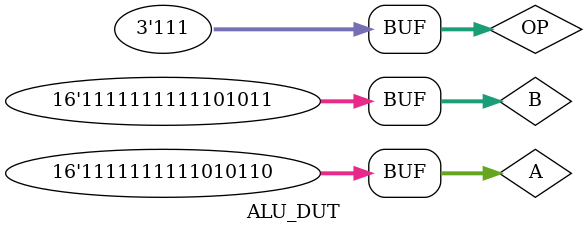
<source format=v>
module ALU_DUT();
//input
 reg  signed [15:0] A, B;
 reg signed [2:0] OP;
 //output
 wire  signed [31:0] ALU_OUTPUT;
 //simulation
 initial
 begin
      //        Addition
 // 16'b111100 + 16'b1111 = 32'1001011 (75)
  OP = 3'b000 ; A = 60 ; B = 15 ; #10;
 // 0 + 4000 = 4000
  OP = 3'b000 ; A = 16'd0 ; B = 16'd4000 ; #10;
// 8000 + 8000 = 16000
  OP = 3'b000 ; A = 16'd8000 ; B = 16'd8000 ; #10;
//3000 + 9000 = 12000
  OP = 3'b000 ; A = 16'd3000 ; B = 16'd9000 ; #10;
//-80 + 40 = -40
  OP = 3'b000 ; A = -16'd80 ; B = 16'd40 ; #10;
//-42 + (-21) =-63
  OP = 3'b000 ; A = -16'd42 ; B = -16'd21 ; #10;


         //        subtraction
// 16'b111100 - 16'b1111 = 32'101101 (45)
  OP = 3'b001 ; A = 60 ; B = 15 ; #10;
// 0 - 4000 = -4000
  OP = 3'b001 ; A = 16'd0 ; B = 16'd4000 ; #10;
// 8000 - 8000 = 0
  OP = 3'b001 ; A = 16'd8000 ; B = 16'd8000 ; #10;
// 3000 - 9000 = -6000
  OP = 3'b001 ; A = 16'd3000 ; B = 16'd9000 ; #10;
//-80 - 40 = -120
  OP = 3'b001 ; A = -16'd80 ; B = 16'd40 ; #10;
//-42 - (-21) =-21
  OP = 3'b001 ; A = -16'd42 ; B = -16'd21 ; #10;


         //        Multiplication
// 16'b111100 * 16'b1111 = 32'1110000100 (900)
  OP = 3'b010 ; A = 60 ; B = 15 ; #10;
//0 * 4000 = 0
  OP = 3'b010 ; A = 16'd0 ; B = 16'd4000 ; #10;
// 8000 * 8000 = 64000000
  OP = 3'b010 ; A = 16'd8000 ; B = 16'd8000 ; #10;
// 3000 * 9000 = 27000000
  OP = 3'b010 ; A = 16'd3000 ; B = 16'd9000 ; #10;
//-80 * 40 = -3200
  OP = 3'b010 ; A = -16'd80 ; B = 16'd40 ; #10;
//-42 * (-21) = 882
  OP = 3'b010 ; A = -16'd42 ; B = -16'd21 ; #10;


         //        Division
// 16'b111100 / 16'b1111 = 32'b100 (4)
  OP = 3'b011 ; A = 60 ; B = 15 ; #10;
//0 / 4000 = 0
  OP = 3'b011 ; A = 16'd0 ; B = 16'd4000 ; #10;
// 8000 / 8000 = 1 
  OP = 3'b011 ; A = 16'd8000 ; B = 16'd8000 ; #10;
// 3000 / 9000 = 0 (INTEGER)
  OP = 3'b011; A = 16'd3000 ; B = 16'd9000 ; #10;
//-80 / 40 = -2
  OP = 3'b011 ; A = -16'd80 ; B = 16'd40 ; #10;
//-42 / (-21) =2
  OP = 3'b011 ; A = -16'd42 ; B = -16'd21 ; #10;




        //        OR Gate
// 16'b111100 | 16'b1111 = 32'1111111
  OP = 3'b100 ; A = 60 ; B = 15 ; #10;
// 0 OR 4000 
  OP = 3'b100 ; A = 16'd0 ; B = 16'd4000 ; #10;
// 8000 OR 8000 
  OP = 3'b100 ; A = 16'd8000 ; B = 16'd8000 ; #10;
// 3000 OR 9000 
  OP = 3'b100 ; A = 16'd3000 ; B = 16'd9000 ; #10;
//-80 OR 40 
  OP = 3'b100 ; A = -16'd80 ; B = 16'd40 ; #10;
//-42 OR (-21)  
  OP = 3'b100 ; A = -16'd42 ; B = -16'd21 ; #10;


         //        AND Gate
// 16'b111100 & 16'b1111 = 32'1100
  OP = 3'b101 ; A = 60 ; B = 15 ; #10;
// 0 and 4000
  OP = 3'b101 ; A = 16'd0 ; B = 16'd4000 ; #10;
// 8000 AND 8000
  OP = 3'b101 ; A = 16'd8000 ; B = 16'd8000 ; #10;
// 3000 AND 9000 
  OP = 3'b101 ; A = 16'd3000 ; B = 16'd9000 ; #10;
//-80 AND 40
  OP = 3'b101 ; A = -16'd80 ; B = 16'd40 ; #10;
//-42 AND (-21) 
  OP = 3'b101 ; A = -16'd42 ; B = -16'd21 ; #10;


        //        not A
// not A 
  OP = 3'b110 ; A = 60 ; B = 15 ; #10;
  OP = 3'b110 ; A = 16'd0 ; B = 16'd4000 ; #10;
  OP = 3'b110 ; A = 16'd8000 ; B = 16'd8000 ; #10;
  OP = 3'b110 ; A = 16'd3000 ; B = 16'd9000 ; #10;
  OP = 3'b110 ; A = -16'd80 ; B = 16'd40 ; #10;
  OP = 3'b110 ; A = -16'd42 ; B = -16'd21 ; #10;

         //        not B
  OP = 3'b111 ; A = 60 ; B = 15 ; #10;
  OP = 3'b111 ; A = 16'd0 ; B = 16'd4000 ; #10;
  OP = 3'b111 ; A = 16'd8000 ; B = 16'd8000 ; #10;
  OP = 3'b111 ; A = 16'd3000 ; B = 16'd9000 ; #10;
  OP = 3'b111 ; A = -16'd80 ; B = 16'd40 ; #10;
  OP = 3'b111 ; A = -16'd42 ; B = -16'd21 ; #10;
 end
 ALU ALU1(A, B, OP, ALU_OUTPUT);
initial begin
$display("    B      A           output   ");
$monitor(" %b    %b = %b ",A,   B,   ALU_OUTPUT);
end 
endmodule 

</source>
